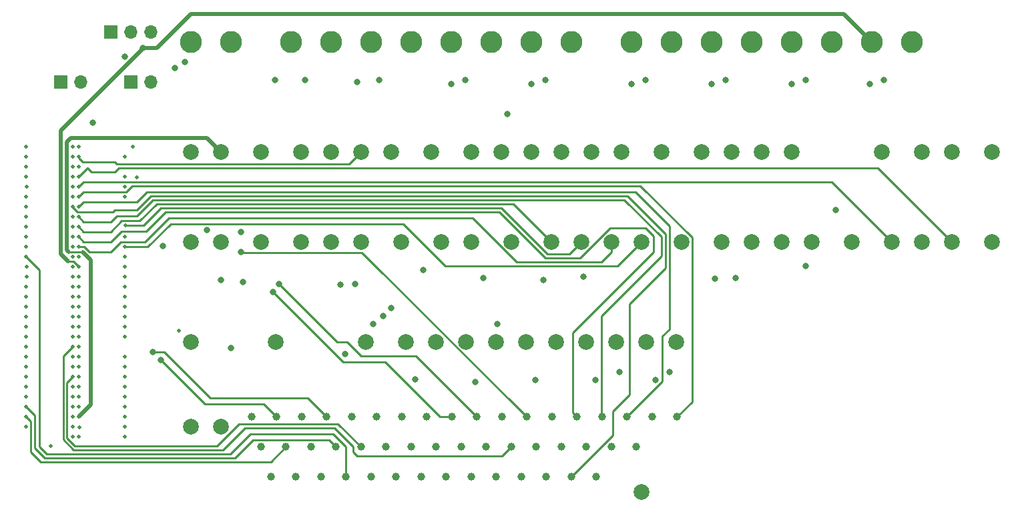
<source format=gbr>
%TF.GenerationSoftware,KiCad,Pcbnew,(6.0.5)*%
%TF.CreationDate,2023-01-12T09:35:20-05:00*%
%TF.ProjectId,breakout,62726561-6b6f-4757-942e-6b696361645f,rev?*%
%TF.SameCoordinates,Original*%
%TF.FileFunction,Copper,L4,Inr*%
%TF.FilePolarity,Positive*%
%FSLAX46Y46*%
G04 Gerber Fmt 4.6, Leading zero omitted, Abs format (unit mm)*
G04 Created by KiCad (PCBNEW (6.0.5)) date 2023-01-12 09:35:20*
%MOMM*%
%LPD*%
G01*
G04 APERTURE LIST*
%TA.AperFunction,ComponentPad*%
%ADD10C,2.000000*%
%TD*%
%TA.AperFunction,ComponentPad*%
%ADD11C,1.000000*%
%TD*%
%TA.AperFunction,ComponentPad*%
%ADD12C,2.800000*%
%TD*%
%TA.AperFunction,ComponentPad*%
%ADD13R,1.700000X1.700000*%
%TD*%
%TA.AperFunction,ComponentPad*%
%ADD14O,1.700000X1.700000*%
%TD*%
%TA.AperFunction,ViaPad*%
%ADD15C,0.500000*%
%TD*%
%TA.AperFunction,ViaPad*%
%ADD16C,0.800000*%
%TD*%
%TA.AperFunction,Conductor*%
%ADD17C,0.250000*%
%TD*%
%TA.AperFunction,Conductor*%
%ADD18C,0.500000*%
%TD*%
G04 APERTURE END LIST*
D10*
%TO.N,/SEP3_RET*%
%TO.C,TP28*%
X128905000Y-105410000D03*
%TD*%
D11*
%TO.N,/H2-13*%
%TO.C,TP9*%
X116840000Y-118745000D03*
%TD*%
%TO.N,/H2-3*%
%TO.C,TP4*%
X97790000Y-118745000D03*
%TD*%
%TO.N,/H1-42*%
%TO.C,TP83*%
X134685000Y-114935000D03*
%TD*%
%TO.N,/H2-4*%
%TO.C,TP94*%
X100965000Y-118745000D03*
%TD*%
%TO.N,/H2-16*%
%TO.C,TP100*%
X126365000Y-118745000D03*
%TD*%
D10*
%TO.N,/+X_SOLAR_TLE*%
%TO.C,TP91*%
X96520000Y-81280000D03*
%TD*%
D11*
%TO.N,/H2-42*%
%TO.C,TP113*%
X127635000Y-122555000D03*
%TD*%
D10*
%TO.N,/USER_3*%
%TO.C,TP87*%
X179070000Y-92710000D03*
%TD*%
%TO.N,/MOSI*%
%TO.C,TP44*%
X100330000Y-92710000D03*
%TD*%
D11*
%TO.N,/H2-17*%
%TO.C,TP11*%
X129540000Y-118745000D03*
%TD*%
D10*
%TO.N,/VBATT-*%
%TO.C,TP105*%
X144145000Y-105410000D03*
%TD*%
%TO.N,/SEP2_RET*%
%TO.C,TP88*%
X121285000Y-105410000D03*
%TD*%
D12*
%TO.N,/5V_RF*%
%TO.C,TP49*%
X148590000Y-67310000D03*
%TD*%
D10*
%TO.N,/SEP4*%
%TO.C,TP120*%
X132715000Y-105410000D03*
%TD*%
D13*
%TO.N,Net-(P1-Pad1)*%
%TO.C,P1*%
X72390000Y-66040000D03*
D14*
%TO.N,Net-(P1-Pad2)*%
X74930000Y-66040000D03*
%TO.N,Net-(P1-Pad3)*%
X77470000Y-66040000D03*
%TD*%
D11*
%TO.N,/H2-35*%
%TO.C,TP20*%
X105410000Y-122555000D03*
%TD*%
D10*
%TO.N,/RX_2*%
%TO.C,TP42*%
X118110000Y-92710000D03*
%TD*%
D11*
%TO.N,/H1-25*%
%TO.C,TP45*%
X109285000Y-114935000D03*
%TD*%
D13*
%TO.N,Net-(P3-Pad1)*%
%TO.C,P3*%
X74930000Y-72390000D03*
D14*
%TO.N,Net-(P3-Pad2)*%
X77470000Y-72390000D03*
%TD*%
D11*
%TO.N,/H2-20*%
%TO.C,TP102*%
X139065000Y-118745000D03*
%TD*%
D10*
%TO.N,/SEP3*%
%TO.C,TP30*%
X125095000Y-105410000D03*
%TD*%
%TO.N,/GND*%
%TO.C,TP116*%
X166370000Y-92710000D03*
%TD*%
%TO.N,/GND*%
%TO.C,TP116*%
X91440000Y-92710000D03*
%TD*%
D11*
%TO.N,/H2-9*%
%TO.C,TP7*%
X104140000Y-118745000D03*
%TD*%
%TO.N,/H1-31*%
%TO.C,TP48*%
X121985000Y-114935000D03*
%TD*%
%TO.N,/H1-27*%
%TO.C,TP46*%
X112460000Y-114935000D03*
%TD*%
D10*
%TO.N,/CTS_3*%
%TO.C,TP80*%
X135890000Y-92710000D03*
%TD*%
D11*
%TO.N,/H2-39*%
%TO.C,TP22*%
X118110000Y-122555000D03*
%TD*%
D12*
%TO.N,/+Y_SOLAR_PWR*%
%TO.C,TP60*%
X105410000Y-67310000D03*
%TD*%
D11*
%TO.N,/H2-19*%
%TO.C,TP12*%
X135890000Y-118745000D03*
%TD*%
%TO.N,/H2-41*%
%TO.C,TP23*%
X124460000Y-122555000D03*
%TD*%
%TO.N,/H2-15*%
%TO.C,TP10*%
X123190000Y-118745000D03*
%TD*%
%TO.N,/H1-24*%
%TO.C,TP74*%
X106110000Y-114935000D03*
%TD*%
D10*
%TO.N,/GND*%
%TO.C,TP116*%
X91440000Y-81280000D03*
%TD*%
%TO.N,/IRR_ON_OFF*%
%TO.C,TP66*%
X179070000Y-81280000D03*
%TD*%
%TO.N,/GND*%
%TO.C,TP116*%
X142240000Y-81280000D03*
%TD*%
%TO.N,/+Y_SOLAR_TLE*%
%TO.C,TP59*%
X100330000Y-81280000D03*
%TD*%
D11*
%TO.N,/H2-10*%
%TO.C,TP97*%
X107315000Y-118745000D03*
%TD*%
D12*
%TO.N,/GND*%
%TO.C,TP108*%
X143510000Y-67310000D03*
%TD*%
D11*
%TO.N,/H2-43*%
%TO.C,TP24*%
X130810000Y-122555000D03*
%TD*%
D10*
%TO.N,/SEP2*%
%TO.C,TP61*%
X117475000Y-105410000D03*
%TD*%
D12*
%TO.N,/-Z_SOLAR_RTN*%
%TO.C,TP32*%
X130810000Y-67310000D03*
%TD*%
D11*
%TO.N,/H2-14*%
%TO.C,TP99*%
X120015000Y-118745000D03*
%TD*%
D10*
%TO.N,/PB18*%
%TO.C,TP13*%
X86360000Y-116205000D03*
%TD*%
D12*
%TO.N,/+X_SOLAR_RTN*%
%TO.C,TP62*%
X100330000Y-67310000D03*
%TD*%
D10*
%TO.N,/AIN11*%
%TO.C,TP95*%
X133350000Y-81280000D03*
%TD*%
D12*
%TO.N,/-Z_SOLAR_PWR*%
%TO.C,TP2*%
X125730000Y-67310000D03*
%TD*%
D11*
%TO.N,/H2-12*%
%TO.C,TP98*%
X113665000Y-118745000D03*
%TD*%
D10*
%TO.N,/AIN10*%
%TO.C,TP5*%
X129540000Y-81280000D03*
%TD*%
%TO.N,/TX_3*%
%TO.C,TP82*%
X128270000Y-92710000D03*
%TD*%
D12*
%TO.N,/3V3*%
%TO.C,TP16*%
X138430000Y-67310000D03*
%TD*%
D10*
%TO.N,/MB_PC03*%
%TO.C,TP64*%
X82550000Y-116205000D03*
%TD*%
%TO.N,/BUS_RESET*%
%TO.C,TP47*%
X93345000Y-105410000D03*
%TD*%
%TO.N,/SCL*%
%TO.C,TP54*%
X82550000Y-92710000D03*
%TD*%
D11*
%TO.N,/H1-37*%
%TO.C,TP51*%
X128335000Y-114935000D03*
%TD*%
%TO.N,/H1-38*%
%TO.C,TP81*%
X131510000Y-114935000D03*
%TD*%
D10*
%TO.N,/SCK*%
%TO.C,TP43*%
X96520000Y-92710000D03*
%TD*%
D11*
%TO.N,/H2-37*%
%TO.C,TP21*%
X111760000Y-122555000D03*
%TD*%
D10*
%TO.N,/USER_2*%
%TO.C,TP57*%
X175260000Y-92710000D03*
%TD*%
D11*
%TO.N,/H1-45*%
%TO.C,TP55*%
X141035000Y-114935000D03*
%TD*%
%TO.N,/H1-46*%
%TO.C,TP85*%
X144210000Y-114935000D03*
%TD*%
D12*
%TO.N,/+Y_SOLAR_RTN*%
%TO.C,TP29*%
X110490000Y-67310000D03*
%TD*%
D11*
%TO.N,/H1-44*%
%TO.C,TP84*%
X137860000Y-114935000D03*
%TD*%
D10*
%TO.N,/CTS_4*%
%TO.C,TP37*%
X157480000Y-92710000D03*
%TD*%
D11*
%TO.N,/H1-13*%
%TO.C,TP39*%
X96585000Y-114935000D03*
%TD*%
D10*
%TO.N,/VBURN2*%
%TO.C,TP63*%
X86360000Y-81280000D03*
%TD*%
%TO.N,/GND*%
%TO.C,TP116*%
X113030000Y-81280000D03*
%TD*%
%TO.N,/RX_3*%
%TO.C,TP52*%
X132080000Y-92710000D03*
%TD*%
%TO.N,/-Z_SOLAR_TLE*%
%TO.C,TP1*%
X107950000Y-81280000D03*
%TD*%
D11*
%TO.N,/H2-38*%
%TO.C,TP111*%
X114935000Y-122555000D03*
%TD*%
D10*
%TO.N,/RBF*%
%TO.C,TP40*%
X140335000Y-105410000D03*
%TD*%
%TO.N,/GND*%
%TO.C,TP116*%
X109220000Y-92710000D03*
%TD*%
%TO.N,/AIN4*%
%TO.C,TP6*%
X121920000Y-81280000D03*
%TD*%
D12*
%TO.N,/-X_SOLAR_PWR*%
%TO.C,TP90*%
X115570000Y-67310000D03*
%TD*%
D11*
%TO.N,/H2-40*%
%TO.C,TP112*%
X121285000Y-122555000D03*
%TD*%
D10*
%TO.N,/VBURN1*%
%TO.C,TP33*%
X82550000Y-81280000D03*
%TD*%
D11*
%TO.N,/H1-12*%
%TO.C,TP68*%
X93410000Y-114935000D03*
%TD*%
D10*
%TO.N,/GND*%
%TO.C,TP116*%
X184150000Y-81280000D03*
%TD*%
D11*
%TO.N,/H1-34*%
%TO.C,TP79*%
X125160000Y-114935000D03*
%TD*%
D13*
%TO.N,Net-(P2-Pad1)*%
%TO.C,P2*%
X66040000Y-72390000D03*
D14*
%TO.N,Net-(P2-Pad2)*%
X68580000Y-72390000D03*
%TD*%
D10*
%TO.N,/PICO_PW_EN*%
%TO.C,TP103*%
X151130000Y-81280000D03*
%TD*%
%TO.N,/GND*%
%TO.C,TP116*%
X144780000Y-92710000D03*
%TD*%
%TO.N,/TX_2*%
%TO.C,TP72*%
X114300000Y-92710000D03*
%TD*%
D11*
%TO.N,/H2-1*%
%TO.C,TP3*%
X91440000Y-118745000D03*
%TD*%
D10*
%TO.N,/GND*%
%TO.C,TP116*%
X139700000Y-124460000D03*
%TD*%
D11*
%TO.N,/H2-34*%
%TO.C,TP109*%
X102235000Y-122555000D03*
%TD*%
%TO.N,/H1-14*%
%TO.C,TP69*%
X99760000Y-114935000D03*
%TD*%
D10*
%TO.N,/AIN7*%
%TO.C,TP96*%
X125730000Y-81280000D03*
%TD*%
%TO.N,/IRR_PW_EN*%
%TO.C,TP36*%
X175260000Y-81280000D03*
%TD*%
D11*
%TO.N,/H2-36*%
%TO.C,TP110*%
X108585000Y-122555000D03*
%TD*%
%TO.N,/H2-18*%
%TO.C,TP101*%
X132715000Y-118745000D03*
%TD*%
D10*
%TO.N,/TX_4*%
%TO.C,TP71*%
X149860000Y-92710000D03*
%TD*%
%TO.N,/3V3REF*%
%TO.C,TP75*%
X118110000Y-81280000D03*
%TD*%
D11*
%TO.N,/H2-2*%
%TO.C,TP93*%
X94615000Y-118745000D03*
%TD*%
%TO.N,/H1-16*%
%TO.C,TP70*%
X102935000Y-114935000D03*
%TD*%
%TO.N,/H2-11*%
%TO.C,TP8*%
X110490000Y-118745000D03*
%TD*%
D10*
%TO.N,/SELF_TEST*%
%TO.C,TP56*%
X82550000Y-105410000D03*
%TD*%
D12*
%TO.N,/5V_USB*%
%TO.C,TP78*%
X168910000Y-67310000D03*
%TD*%
D10*
%TO.N,/SEP1*%
%TO.C,TP31*%
X109855000Y-105410000D03*
%TD*%
D11*
%TO.N,/H2-23*%
%TO.C,TP14*%
X92710000Y-122555000D03*
%TD*%
D12*
%TO.N,/VBATT-*%
%TO.C,TP27*%
X87630000Y-67310000D03*
%TD*%
D10*
%TO.N,/GND*%
%TO.C,TP116*%
X184150000Y-92710000D03*
%TD*%
D12*
%TO.N,/GND*%
%TO.C,TP107*%
X153670000Y-67310000D03*
%TD*%
D10*
%TO.N,/PYLD_SERVO_PWR_CTRL*%
%TO.C,TP35*%
X154940000Y-81280000D03*
%TD*%
D11*
%TO.N,/H2-24*%
%TO.C,TP104*%
X95885000Y-122555000D03*
%TD*%
D12*
%TO.N,/-X_SOLAR_RTN*%
%TO.C,TP119*%
X120650000Y-67310000D03*
%TD*%
%TO.N,/VBATT+*%
%TO.C,TP25*%
X82550000Y-67310000D03*
%TD*%
%TO.N,/+X_SOLAR_PWR*%
%TO.C,TP92*%
X95250000Y-67310000D03*
%TD*%
D10*
%TO.N,/USER_1*%
%TO.C,TP86*%
X171450000Y-92710000D03*
%TD*%
D11*
%TO.N,/H2-33*%
%TO.C,TP19*%
X99060000Y-122555000D03*
%TD*%
%TO.N,/H1-3*%
%TO.C,TP34*%
X90235000Y-114935000D03*
%TD*%
%TO.N,/H1-28*%
%TO.C,TP76*%
X115635000Y-114935000D03*
%TD*%
D10*
%TO.N,/GND*%
%TO.C,TP116*%
X104775000Y-105410000D03*
%TD*%
D12*
%TO.N,/GND*%
%TO.C,TP17*%
X163830000Y-67310000D03*
%TD*%
D10*
%TO.N,/MISO*%
%TO.C,TP73*%
X104140000Y-92710000D03*
%TD*%
%TO.N,/SEP1_RET*%
%TO.C,TP58*%
X113665000Y-105410000D03*
%TD*%
%TO.N,/RTS_4*%
%TO.C,TP67*%
X161290000Y-92710000D03*
%TD*%
%TO.N,/RTS_3*%
%TO.C,TP50*%
X139700000Y-92710000D03*
%TD*%
%TO.N,/-X_SOLAR_TLE*%
%TO.C,TP89*%
X104140000Y-81280000D03*
%TD*%
%TO.N,/AGND*%
%TO.C,TP18*%
X137160000Y-81280000D03*
%TD*%
D12*
%TO.N,/5V_PYLD*%
%TO.C,TP15*%
X158750000Y-67310000D03*
%TD*%
D10*
%TO.N,/PYLD_RST*%
%TO.C,TP65*%
X158750000Y-81280000D03*
%TD*%
%TO.N,/PYLD_PW_EN*%
%TO.C,TP38*%
X147320000Y-81280000D03*
%TD*%
%TO.N,/RX_4*%
%TO.C,TP41*%
X153670000Y-92710000D03*
%TD*%
%TO.N,/GND*%
%TO.C,TP116*%
X170180000Y-81280000D03*
%TD*%
%TO.N,/SEP4_RET*%
%TO.C,TP118*%
X136525000Y-105410000D03*
%TD*%
D11*
%TO.N,/H2-44*%
%TO.C,TP114*%
X133985000Y-122555000D03*
%TD*%
D12*
%TO.N,/GND*%
%TO.C,TP26*%
X173990000Y-67310000D03*
%TD*%
D10*
%TO.N,/SDA*%
%TO.C,TP53*%
X86360000Y-92710000D03*
%TD*%
D11*
%TO.N,/H1-30*%
%TO.C,TP77*%
X118810000Y-114935000D03*
%TD*%
D10*
%TO.N,/GND*%
%TO.C,TP116*%
X123190000Y-92710000D03*
%TD*%
D15*
%TO.N,/GND*%
X61722000Y-85726790D03*
D16*
%TO.N,Net-(D15-Pad2)*%
X132334000Y-97155000D03*
D15*
%TO.N,/GND*%
X61722000Y-95886790D03*
X61722000Y-97156790D03*
%TO.N,/VBATT-*%
X61687000Y-84456790D03*
D16*
X70104000Y-77560689D03*
D15*
X67537506Y-84453140D03*
D16*
%TO.N,Net-(D1-Pad2)*%
X110998000Y-110201700D03*
%TO.N,Net-(D2-Pad2)*%
X118618000Y-110490000D03*
%TO.N,Net-(D3-Pad2)*%
X126238000Y-110236000D03*
D15*
%TO.N,/GND*%
X67537506Y-97153140D03*
X67537506Y-85723140D03*
D16*
%TO.N,Net-(D4-Pad2)*%
X86360000Y-97536000D03*
%TO.N,Net-(D5-Pad2)*%
X133858000Y-110236000D03*
%TO.N,Net-(D6-Pad2)*%
X141478000Y-110236000D03*
D15*
%TO.N,/VBATT+*%
X67537506Y-86993140D03*
X61687000Y-86996790D03*
D16*
X74168000Y-69215000D03*
%TO.N,Net-(D7-Pad2)*%
X101496500Y-98147500D03*
%TO.N,Net-(D8-Pad2)*%
X80518000Y-70612000D03*
%TO.N,Net-(D9-Pad2)*%
X103378000Y-98044000D03*
%TO.N,Net-(D10-Pad2)*%
X93218000Y-72136000D03*
%TO.N,Net-(D11-Pad2)*%
X119634000Y-97282000D03*
%TO.N,Net-(D12-Pad2)*%
X103632000Y-72390000D03*
%TO.N,Net-(D13-Pad2)*%
X112014000Y-96266000D03*
%TO.N,Net-(D14-Pad2)*%
X115570000Y-72644000D03*
%TO.N,Net-(D16-Pad1)*%
X127508000Y-72136000D03*
%TO.N,Net-(D17-Pad2)*%
X127254000Y-97536000D03*
%TO.N,Net-(D18-Pad1)*%
X140208000Y-72136000D03*
%TO.N,Net-(D18-Pad2)*%
X138430000Y-72644000D03*
%TO.N,Net-(D19-Pad2)*%
X151638000Y-97282000D03*
%TO.N,Net-(D20-Pad1)*%
X160528000Y-72136000D03*
%TO.N,Net-(D20-Pad2)*%
X158750000Y-72644000D03*
%TO.N,Net-(D21-Pad2)*%
X149037769Y-97342231D03*
%TO.N,Net-(D22-Pad1)*%
X150368000Y-72136000D03*
%TO.N,Net-(D22-Pad2)*%
X148590000Y-72644000D03*
%TO.N,Net-(D6-Pad1)*%
X143256000Y-109220000D03*
%TO.N,Net-(D8-Pad1)*%
X81788000Y-69850000D03*
%TO.N,Net-(D10-Pad1)*%
X97028000Y-72136000D03*
%TO.N,Net-(D12-Pad1)*%
X106426000Y-72136000D03*
%TO.N,Net-(D14-Pad1)*%
X117348000Y-72136000D03*
%TO.N,Net-(D16-Pad2)*%
X125730000Y-72644000D03*
D15*
%TO.N,/SEP1*%
X74203000Y-117473210D03*
%TO.N,/SEP2*%
X68326000Y-117475000D03*
%TO.N,/SEP3*%
X67537506Y-80643140D03*
%TO.N,/SEP4*%
X61687000Y-80646790D03*
%TO.N,/RBF*%
X81026000Y-103955700D03*
%TO.N,/MOSI*%
X74201210Y-100965000D03*
%TO.N,/MISO*%
X68326000Y-102235000D03*
%TO.N,/+X_SOLAR_PWR*%
X61687000Y-116206790D03*
%TO.N,/RX_2*%
X74203000Y-103503210D03*
%TO.N,/+Y_SOLAR_PWR*%
X75184000Y-80643210D03*
%TO.N,/TX_2*%
X68326000Y-103505000D03*
%TO.N,/-X_SOLAR_PWR*%
X68326000Y-80645000D03*
%TO.N,/RX_3*%
X74283512Y-90619966D03*
%TO.N,/-Z_SOLAR_PWR*%
X67537506Y-116203140D03*
%TO.N,/TX_3*%
X68326000Y-90805000D03*
%TO.N,/3V3*%
X67537506Y-98423140D03*
X61687000Y-98426790D03*
%TO.N,/RX_4*%
X74203000Y-104773210D03*
%TO.N,/5V_PYLD*%
X61687000Y-99696790D03*
X67537506Y-99693140D03*
%TO.N,/TX_4*%
X68326000Y-104775000D03*
%TO.N,/5V_RF*%
X74203000Y-94613210D03*
%TO.N,/SEP4_RET*%
X61687000Y-83186790D03*
%TO.N,/SEP3_RET*%
X67537506Y-83183140D03*
%TO.N,/SEP2_RET*%
X68326000Y-83185000D03*
%TO.N,/SEP1_RET*%
X75696367Y-84514779D03*
%TO.N,/SELF_TEST*%
X74203000Y-85723210D03*
%TO.N,/BUS_RESET*%
X74203000Y-97153210D03*
%TO.N,/-Z_SOLAR_TLE*%
X67537506Y-117473140D03*
%TO.N,/H2-1*%
X67537506Y-114933140D03*
%TO.N,/H2-3*%
X67537506Y-113663140D03*
%TO.N,/AIN10*%
X67537506Y-112393140D03*
%TO.N,/AIN4*%
X67537506Y-111123140D03*
%TO.N,/H2-9*%
X67537506Y-109853140D03*
%TO.N,/H2-11*%
X67537506Y-108583140D03*
%TO.N,/H2-13*%
X67537506Y-107313140D03*
%TO.N,/H2-15*%
X67537506Y-106043140D03*
%TO.N,/H2-17*%
X67537506Y-104773140D03*
%TO.N,/H2-19*%
X67537506Y-103503140D03*
%TO.N,/PB18*%
X67537506Y-102233140D03*
%TO.N,/H2-23*%
X67537506Y-100963140D03*
%TO.N,/AGND*%
X67537506Y-95883140D03*
%TO.N,/H2-33*%
X67537506Y-94613140D03*
%TO.N,/H2-35*%
X67537506Y-93343140D03*
D16*
X102108000Y-106934000D03*
X89154000Y-97790000D03*
D15*
%TO.N,/H2-37*%
X67537506Y-92073140D03*
D16*
X105664000Y-103124000D03*
X78994000Y-93218000D03*
%TO.N,/H2-39*%
X84582000Y-91186000D03*
X106934000Y-102108000D03*
D15*
X67537506Y-90803140D03*
%TO.N,/H2-41*%
X67537506Y-89533140D03*
D16*
X88900000Y-91440000D03*
X107950000Y-101092000D03*
D15*
%TO.N,/H2-43*%
X67537506Y-88263140D03*
%TO.N,/+Y_SOLAR_RTN*%
X67537506Y-81913140D03*
%TO.N,/-Z_SOLAR_RTN*%
X74203000Y-116203210D03*
%TO.N,/VBURN1*%
X74203000Y-114933210D03*
%TO.N,/H1-3*%
X74203000Y-113663210D03*
%TO.N,/PYLD_SERVO_PWR_CTRL*%
X74203000Y-112393210D03*
%TO.N,/IRR_PW_EN*%
X74203000Y-111123210D03*
%TO.N,/CTS_4*%
X74203000Y-109853210D03*
%TO.N,/PYLD_PW_EN*%
X74203000Y-108583210D03*
%TO.N,/H1-13*%
X74203000Y-107313210D03*
%TO.N,/SCK*%
X74203000Y-102233210D03*
%TO.N,/H1-25*%
X74203000Y-99693210D03*
%TO.N,/H1-27*%
X74203000Y-98423210D03*
%TO.N,/H1-31*%
X74203000Y-95883210D03*
%TO.N,/RTS_3*%
X74203000Y-93343210D03*
%TO.N,/H1-37*%
X74203000Y-92073210D03*
%TO.N,/H1-45*%
X74203000Y-86993210D03*
%TO.N,/USER_2*%
X74203000Y-84453210D03*
%TO.N,/+Y_SOLAR_TLE*%
X74203000Y-81913210D03*
%TO.N,/+X_SOLAR_RTN*%
X68378452Y-116218113D03*
%TO.N,/VBURN2*%
X68326000Y-114935000D03*
%TO.N,/MB_PC03*%
X68326000Y-113665000D03*
%TO.N,/PYLD_RST*%
X68326000Y-112395000D03*
D16*
X164338000Y-88646000D03*
D15*
%TO.N,/IRR_ON_OFF*%
X68326000Y-111125000D03*
%TO.N,/RTS_4*%
X68326000Y-109855000D03*
%TO.N,/H1-12*%
X68326000Y-108585000D03*
D16*
X78740000Y-107696000D03*
%TO.N,/H1-14*%
X77724000Y-106680000D03*
D15*
X68326000Y-107315000D03*
%TO.N,/H1-16*%
X68326000Y-106045000D03*
D16*
X87630000Y-106172000D03*
D15*
%TO.N,/H1-24*%
X68326000Y-100965000D03*
%TO.N,/3V3REF*%
X68326000Y-99695000D03*
D16*
%TO.N,/H1-28*%
X92964000Y-99057521D03*
D15*
X68326000Y-98425000D03*
%TO.N,/H1-30*%
X68326000Y-97155000D03*
D16*
X93726000Y-98044000D03*
D15*
%TO.N,/5V_USB*%
X68326000Y-95885000D03*
D16*
X76454000Y-68072000D03*
%TO.N,/H1-34*%
X88900000Y-93980000D03*
D15*
X68326000Y-94615000D03*
%TO.N,/CTS_3*%
X68326000Y-93345000D03*
%TO.N,/H1-38*%
X68326000Y-92075000D03*
%TO.N,/H1-42*%
X68326000Y-89535000D03*
%TO.N,/H1-44*%
X68326000Y-88265000D03*
%TO.N,/H1-46*%
X68326000Y-86995000D03*
%TO.N,/USER_1*%
X68326000Y-85725000D03*
%TO.N,/USER_3*%
X68326000Y-84455000D03*
%TO.N,/-X_SOLAR_TLE*%
X68326000Y-81915000D03*
%TO.N,/+X_SOLAR_TLE*%
X64794735Y-118618000D03*
%TO.N,/H2-2*%
X61687000Y-114936790D03*
%TO.N,/H2-4*%
X61687000Y-113666790D03*
%TO.N,/AIN11*%
X61687000Y-112396790D03*
%TO.N,/AIN7*%
X61687000Y-111126790D03*
%TO.N,/H2-10*%
X61687000Y-109856790D03*
%TO.N,/H2-12*%
X61687000Y-108586790D03*
%TO.N,/H2-14*%
X61687000Y-107316790D03*
%TO.N,/H2-16*%
X61687000Y-106046790D03*
%TO.N,/H2-18*%
X61687000Y-104776790D03*
%TO.N,/H2-20*%
X61687000Y-103506790D03*
%TO.N,/PICO_PW_EN*%
X61687000Y-102236790D03*
%TO.N,/H2-24*%
X61687000Y-100966790D03*
%TO.N,/H2-34*%
X61687000Y-94616790D03*
%TO.N,/H2-36*%
X61687000Y-93346790D03*
%TO.N,/H2-38*%
X61687000Y-92076790D03*
%TO.N,/H2-40*%
X61687000Y-90806790D03*
%TO.N,/H2-42*%
X61687000Y-89536790D03*
%TO.N,/H2-44*%
X61687000Y-88266790D03*
%TO.N,/-X_SOLAR_RTN*%
X61687000Y-81916790D03*
D16*
%TO.N,/LED_RET_2*%
X136906000Y-109220000D03*
X121412000Y-103124000D03*
X122682000Y-76488300D03*
%TO.N,/LED_RET_1*%
X160528000Y-95758000D03*
%TO.N,Net-(D23-Pad1)*%
X170434000Y-72136000D03*
%TO.N,Net-(D23-Pad2)*%
X168656000Y-72644000D03*
%TD*%
D17*
%TO.N,/H1-38*%
X131010001Y-114435001D02*
X131510000Y-114935000D01*
X131010001Y-104193999D02*
X131010001Y-114435001D01*
X141224000Y-93980000D02*
X131010001Y-104193999D01*
X141224000Y-91948000D02*
X141224000Y-93980000D01*
X140208000Y-90932000D02*
X141224000Y-91948000D01*
X135735668Y-90932000D02*
X140208000Y-90932000D01*
X131925668Y-94742000D02*
X135735668Y-90932000D01*
X79375000Y-88900000D02*
X121666000Y-88900000D01*
X121666000Y-88900000D02*
X127508000Y-94742000D01*
X76892711Y-91382289D02*
X79375000Y-88900000D01*
X73717711Y-91382289D02*
X76892711Y-91382289D01*
X127508000Y-94742000D02*
X131925668Y-94742000D01*
X72392479Y-92707521D02*
X73717711Y-91382289D01*
X68958521Y-92707521D02*
X72392479Y-92707521D01*
X68326000Y-92075000D02*
X68958521Y-92707521D01*
%TO.N,/RX_3*%
X121920000Y-88392000D02*
X78768739Y-88392000D01*
X127762000Y-94234000D02*
X121920000Y-88392000D01*
X130556000Y-94234000D02*
X127762000Y-94234000D01*
X78768739Y-88392000D02*
X76540773Y-90619966D01*
X76540773Y-90619966D02*
X74283512Y-90619966D01*
X132080000Y-92710000D02*
X130556000Y-94234000D01*
%TO.N,/RTS_3*%
X77090790Y-93343210D02*
X74203000Y-93343210D01*
X80010000Y-90424000D02*
X77090790Y-93343210D01*
X136652000Y-95758000D02*
X114808000Y-95758000D01*
X114808000Y-95758000D02*
X109474000Y-90424000D01*
X109474000Y-90424000D02*
X80010000Y-90424000D01*
X139700000Y-92710000D02*
X136652000Y-95758000D01*
%TO.N,/CTS_3*%
X135890000Y-93980000D02*
X135890000Y-92710000D01*
X134620000Y-95250000D02*
X135890000Y-93980000D01*
X123852332Y-95250000D02*
X134620000Y-95250000D01*
X79756000Y-89662000D02*
X118264332Y-89662000D01*
X118264332Y-89662000D02*
X123852332Y-95250000D01*
X76705521Y-92712479D02*
X79756000Y-89662000D01*
X73660000Y-92710000D02*
X73662479Y-92712479D01*
X73662479Y-92712479D02*
X76705521Y-92712479D01*
%TO.N,/H1-42*%
X68958521Y-90167521D02*
X68326000Y-89535000D01*
X72392479Y-90167521D02*
X68958521Y-90167521D01*
X73152000Y-89408000D02*
X72392479Y-90167521D01*
X75692000Y-89408000D02*
X73152000Y-89408000D01*
X142240000Y-92069770D02*
X137546230Y-87376000D01*
X77724000Y-87376000D02*
X75692000Y-89408000D01*
X134620000Y-102108000D02*
X142240000Y-94488000D01*
X137546230Y-87376000D02*
X77724000Y-87376000D01*
X134620000Y-114870000D02*
X134620000Y-102108000D01*
X142240000Y-94488000D02*
X142240000Y-92069770D01*
%TO.N,/H2-43*%
X136077519Y-117287481D02*
X130810000Y-122555000D01*
X136077519Y-114182711D02*
X136077519Y-117287481D01*
X138176000Y-112084230D02*
X136077519Y-114182711D01*
X138176000Y-100616826D02*
X138176000Y-112084230D01*
X142748000Y-96044826D02*
X138176000Y-100616826D01*
X142748000Y-91683540D02*
X142748000Y-96044826D01*
X137932460Y-86868000D02*
X142748000Y-91683540D01*
X77470000Y-86868000D02*
X137932460Y-86868000D01*
X75692000Y-88646000D02*
X77470000Y-86868000D01*
X72641521Y-88902479D02*
X72898000Y-88646000D01*
X68146471Y-88902479D02*
X72641521Y-88902479D01*
X67537506Y-88293514D02*
X68146471Y-88902479D01*
X72898000Y-88646000D02*
X75692000Y-88646000D01*
X67537506Y-88263140D02*
X67537506Y-88293514D01*
%TO.N,/H1-44*%
X68963479Y-87627521D02*
X68326000Y-88265000D01*
X76942609Y-86360000D02*
X75675088Y-87627521D01*
X143256000Y-103781090D02*
X143256000Y-90678000D01*
X142364570Y-104672520D02*
X143256000Y-103781090D01*
X143256000Y-90678000D02*
X138938000Y-86360000D01*
X138938000Y-86360000D02*
X76942609Y-86360000D01*
X142364570Y-110430430D02*
X142364570Y-104672520D01*
X75675088Y-87627521D02*
X68963479Y-87627521D01*
X137860000Y-114935000D02*
X142364570Y-110430430D01*
%TO.N,/H1-46*%
X68963479Y-86357521D02*
X68326000Y-86995000D01*
X74385697Y-86357521D02*
X68963479Y-86357521D01*
X75145218Y-85598000D02*
X74385697Y-86357521D01*
X139545668Y-85598000D02*
X75145218Y-85598000D01*
X144210000Y-114935000D02*
X146107711Y-113037289D01*
X146107711Y-113037289D02*
X146107711Y-92160043D01*
X146107711Y-92160043D02*
X139545668Y-85598000D01*
%TO.N,/TX_3*%
X72392479Y-91442479D02*
X68963479Y-91442479D01*
X68963479Y-91442479D02*
X68326000Y-90805000D01*
X73792703Y-90042255D02*
X72392479Y-91442479D01*
X76073745Y-90042255D02*
X73792703Y-90042255D01*
X78232000Y-87884000D02*
X76073745Y-90042255D01*
X128270000Y-92710000D02*
X123444000Y-87884000D01*
X123444000Y-87884000D02*
X78232000Y-87884000D01*
%TO.N,/-X_SOLAR_TLE*%
X73152000Y-82804000D02*
X102616000Y-82804000D01*
X68834000Y-82550000D02*
X72898000Y-82550000D01*
X72898000Y-82550000D02*
X73152000Y-82804000D01*
X102616000Y-82804000D02*
X104140000Y-81280000D01*
X68326000Y-82042000D02*
X68834000Y-82550000D01*
X68326000Y-81915000D02*
X68326000Y-82042000D01*
%TO.N,/USER_3*%
X169672000Y-83312000D02*
X179070000Y-92710000D01*
X72900479Y-83817521D02*
X73406000Y-83312000D01*
X69469000Y-83312000D02*
X69974521Y-83817521D01*
X69974521Y-83817521D02*
X72900479Y-83817521D01*
X68326000Y-84455000D02*
X69469000Y-83312000D01*
X73406000Y-83312000D02*
X169672000Y-83312000D01*
%TO.N,/H2-4*%
X62738000Y-114717790D02*
X61687000Y-113666790D01*
X64008000Y-120142000D02*
X62738000Y-118872000D01*
X90424000Y-117856000D02*
X88138000Y-120142000D01*
X62738000Y-118872000D02*
X62738000Y-114717790D01*
X100965000Y-118745000D02*
X100076000Y-117856000D01*
X100076000Y-117856000D02*
X90424000Y-117856000D01*
X88138000Y-120142000D02*
X64008000Y-120142000D01*
%TO.N,/H2-2*%
X62264711Y-115514501D02*
X61687000Y-114936790D01*
X62264711Y-119414711D02*
X62264711Y-115514501D01*
X63500000Y-120650000D02*
X62264711Y-119414711D01*
X94615000Y-118745000D02*
X92710000Y-120650000D01*
X92710000Y-120650000D02*
X63500000Y-120650000D01*
%TO.N,/H2-34*%
X102235000Y-118745000D02*
X102235000Y-122555000D01*
X100584000Y-117094000D02*
X102235000Y-118745000D01*
X90103879Y-117094000D02*
X100584000Y-117094000D01*
X87563879Y-119634000D02*
X90103879Y-117094000D01*
X64262000Y-119634000D02*
X87563879Y-119634000D01*
X63375479Y-118747479D02*
X64262000Y-119634000D01*
X63375479Y-96305269D02*
X63375479Y-118747479D01*
X61687000Y-94616790D02*
X63375479Y-96305269D01*
%TO.N,/H2-15*%
X66349280Y-107231366D02*
X67537506Y-106043140D01*
X66349280Y-117789522D02*
X66349280Y-107231366D01*
X67685758Y-119126000D02*
X66349280Y-117789522D01*
X86614000Y-119126000D02*
X67685758Y-119126000D01*
X100777121Y-116332000D02*
X89408000Y-116332000D01*
X89408000Y-116332000D02*
X86614000Y-119126000D01*
X103124000Y-118678879D02*
X100777121Y-116332000D01*
X122047000Y-119888000D02*
X103632000Y-119888000D01*
X103632000Y-119888000D02*
X103124000Y-119380000D01*
X123190000Y-118745000D02*
X122047000Y-119888000D01*
X103124000Y-119380000D02*
X103124000Y-118678879D01*
%TO.N,/H2-9*%
X85824668Y-118618000D02*
X67818000Y-118618000D01*
X88618668Y-115824000D02*
X85824668Y-118618000D01*
X101219000Y-115824000D02*
X88618668Y-115824000D01*
X67818000Y-118618000D02*
X66802000Y-117602000D01*
X66802000Y-117602000D02*
X66802000Y-110588646D01*
X66802000Y-110588646D02*
X67537506Y-109853140D01*
X104140000Y-118745000D02*
X101219000Y-115824000D01*
%TO.N,/H1-14*%
X85040166Y-112522000D02*
X97347000Y-112522000D01*
D18*
%TO.N,/VBURN2*%
X69850000Y-113411000D02*
X69850000Y-94996000D01*
X66802000Y-93726000D02*
X66802000Y-80010000D01*
D17*
X68834000Y-93980000D02*
X67056000Y-93980000D01*
D18*
X69850000Y-94996000D02*
X68834000Y-93980000D01*
X69850000Y-113411000D02*
X68326000Y-114935000D01*
X86360000Y-81280000D02*
X84582000Y-79502000D01*
X67056000Y-93980000D02*
X66802000Y-93726000D01*
X67310000Y-79502000D02*
X84582000Y-79502000D01*
X66802000Y-80010000D02*
X67310000Y-79502000D01*
D17*
%TO.N,/H1-12*%
X84328000Y-113284000D02*
X91759000Y-113284000D01*
X78740000Y-107696000D02*
X84328000Y-113284000D01*
X91759000Y-113284000D02*
X93410000Y-114935000D01*
%TO.N,/H1-14*%
X79198166Y-106680000D02*
X85040166Y-112522000D01*
X97347000Y-112522000D02*
X99760000Y-114935000D01*
X77724000Y-106680000D02*
X79198166Y-106680000D01*
%TO.N,/H1-28*%
X107188000Y-107950000D02*
X114173000Y-114935000D01*
X92964000Y-99057521D02*
X92964000Y-99060000D01*
X92964000Y-99060000D02*
X101854000Y-107950000D01*
X101854000Y-107950000D02*
X107188000Y-107950000D01*
X114173000Y-114935000D02*
X115635000Y-114935000D01*
%TO.N,/H1-30*%
X102362000Y-105410000D02*
X104140000Y-107188000D01*
X101092000Y-105410000D02*
X102362000Y-105410000D01*
X111063000Y-107188000D02*
X118810000Y-114935000D01*
X93726000Y-98044000D02*
X101092000Y-105410000D01*
X104140000Y-107188000D02*
X111063000Y-107188000D01*
%TO.N,/5V_USB*%
X68326000Y-95885000D02*
X68326000Y-95854626D01*
D18*
X66040000Y-94234000D02*
X66548000Y-94742000D01*
X82550000Y-63754000D02*
X165354000Y-63754000D01*
X76454000Y-68072000D02*
X76454000Y-68134916D01*
D17*
X66996851Y-95190851D02*
X66802000Y-94996000D01*
D18*
X78232000Y-68072000D02*
X82550000Y-63754000D01*
X66802000Y-94996000D02*
X66548000Y-94742000D01*
X66040000Y-78548916D02*
X66040000Y-94234000D01*
X165354000Y-63754000D02*
X168910000Y-67310000D01*
X76454000Y-68072000D02*
X78232000Y-68072000D01*
X76454000Y-68134916D02*
X66040000Y-78548916D01*
D17*
X67662225Y-95190851D02*
X66996851Y-95190851D01*
X68326000Y-95854626D02*
X67662225Y-95190851D01*
D18*
X66548000Y-94742000D02*
X66996851Y-95190851D01*
D17*
%TO.N,/H1-34*%
X88900000Y-93980000D02*
X88957711Y-94037711D01*
X88957711Y-94037711D02*
X104225043Y-94037711D01*
X104225043Y-94037711D02*
X125122332Y-114935000D01*
%TO.N,/CTS_3*%
X72390000Y-93980000D02*
X69651020Y-93980000D01*
X73657521Y-92712479D02*
X72390000Y-93980000D01*
X69651020Y-93980000D02*
X69016020Y-93345000D01*
X69016020Y-93345000D02*
X68326000Y-93345000D01*
%TO.N,/USER_1*%
X68326000Y-85725000D02*
X68958521Y-85092479D01*
X68958521Y-85092479D02*
X163832479Y-85092479D01*
X163832479Y-85092479D02*
X171450000Y-92710000D01*
%TD*%
M02*

</source>
